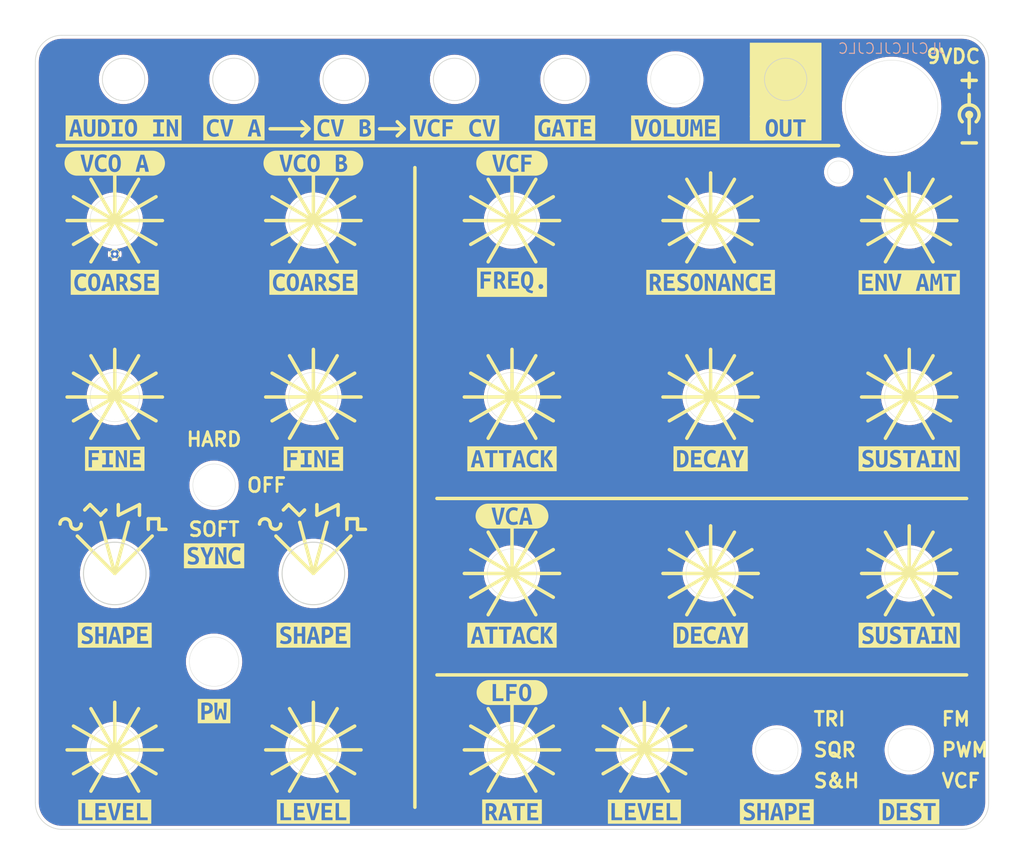
<source format=kicad_pcb>
(kicad_pcb (version 20211014) (generator pcbnew)
  (title_block (title "Micro-Pico Tiny Monosynth Faceplate") (date "2022-08-06") (rev "0") (comment 1 "creativecommons.org/licences/by/4.0") (comment 2 "Licence: CC by 4.0") (comment 3 "Author: Jordan Aceto"))
  (layers (0 "F.Cu" signal) (31 "B.Cu" signal) (34 "B.Paste" user) (35 "F.Paste" user) (36 "B.SilkS" user "B.Silkscreen") (37 "F.SilkS" user "F.Silkscreen") (38 "B.Mask" user) (39 "F.Mask" user) (44 "Edge.Cuts" user))
  (net 0 "")
  (net 1 "GND")
  (footprint "kibuzzard-62EED31D" (layer "F.Cu") (at 100.965 42.545)
    (fp_text reference "kibuzzard-62EED31D" hide)
    (fp_text value "G***" hide)
  )
  (footprint "TestPoint:TestPoint_THTPad_D1.0mm_Drill0.5mm" (layer "F.Cu") (at 83.82 60.706)
    (fp_text reference "TP1" hide)
    (fp_text value "dummy")
    (pad "1" thru_hole circle (at 0 0) (size 1 1) (drill 0.5) (layers *.Cu *.Mask) (net 1 "GND"))
  )
  (footprint "kibuzzard-62EED433" (layer "F.Cu") (at 98.1075 126.492)
    (fp_text reference "kibuzzard-62EED433" hide)
    (fp_text value "G***" hide)
  )
  (footprint "kibuzzard-62EED13B" (layer "F.Cu") (at 83.82 47.625)
    (fp_text reference "kibuzzard-62EED13B" hide)
    (fp_text value "G***" hide)
  )
  (footprint "kibuzzard-62EED34B" (layer "F.Cu") (at 164.465 42.545)
    (fp_text reference "kibuzzard-62EED34B" hide)
    (fp_text value "G***" hide)
  )
  (footprint "kibuzzard-62EED355" (layer "F.Cu") (at 180.34 42.545)
    (fp_text reference "kibuzzard-62EED355" hide)
    (fp_text value "G***" hide)
  )
  (footprint "kibuzzard-62EED292" (layer "F.Cu") (at 198.12 115.57)
    (fp_text reference "kibuzzard-62EED292" hide)
    (fp_text value "G***" hide)
  )
  (footprint "kibuzzard-62EED326" (layer "F.Cu") (at 116.84 42.545)
    (fp_text reference "kibuzzard-62EED326" hide)
    (fp_text value "G***" hide)
  )
  (footprint "kibuzzard-62EED27B" (layer "F.Cu") (at 140.97 115.57)
    (fp_text reference "kibuzzard-62EED27B" hide)
    (fp_text value "G***" hide)
  )
  (footprint "kibuzzard-62EED2BA" (layer "F.Cu") (at 140.97 140.97)
    (fp_text reference "kibuzzard-62EED2BA" hide)
    (fp_text value "G***" hide)
  )
  (footprint "kibuzzard-62EED288" (layer "F.Cu") (at 169.545 115.57)
    (fp_text reference "kibuzzard-62EED288" hide)
    (fp_text value "G***" hide)
  )
  (footprint "kibuzzard-62EED214" (layer "F.Cu") (at 198.12 64.77)
    (fp_text reference "kibuzzard-62EED214" hide)
    (fp_text value "G***" hide)
  )
  (footprint "kibuzzard-62EED21F" (layer "F.Cu") (at 83.82 90.17)
    (fp_text reference "kibuzzard-62EED21F" hide)
    (fp_text value "G***" hide)
  )
  (footprint "kibuzzard-62EED205" (layer "F.Cu") (at 169.545 64.77)
    (fp_text reference "kibuzzard-62EED205" hide)
    (fp_text value "G***" hide)
  )
  (footprint "kibuzzard-62EED232" (layer "F.Cu") (at 179.07 140.97)
    (fp_text reference "kibuzzard-62EED232" hide)
    (fp_text value "G***" hide)
  )
  (footprint "kibuzzard-62EED288" (layer "F.Cu") (at 169.545 90.17)
    (fp_text reference "kibuzzard-62EED288" hide)
    (fp_text value "G***" hide)
  )
  (footprint "kibuzzard-62EED178" (layer "F.Cu") (at 112.395 47.625)
    (fp_text reference "kibuzzard-62EED178" hide)
    (fp_text value "G***" hide)
  )
  (footprint "kibuzzard-62EED30B" (layer "F.Cu") (at 85.09 42.545)
    (fp_text reference "kibuzzard-62EED30B" hide)
    (fp_text value "G***" hide)
  )
  (footprint "kibuzzard-62EED341" (layer "F.Cu") (at 148.59 42.545)
    (fp_text reference "kibuzzard-62EED341" hide)
    (fp_text value "G***" hide)
  )
  (footprint "kibuzzard-62EED292" (layer "F.Cu") (at 198.12 90.17)
    (fp_text reference "kibuzzard-62EED292" hide)
    (fp_text value "G***" hide)
  )
  (footprint "kibuzzard-62EED195" (layer "F.Cu") (at 140.97 98.425)
    (fp_text reference "kibuzzard-62EED195" hide)
    (fp_text value "G***" hide)
  )
  (footprint "kibuzzard-62EED1F8" (layer "F.Cu") (at 140.97 64.77)
    (fp_text reference "kibuzzard-62EED1F8" hide)
    (fp_text value "G***" hide)
  )
  (footprint "kibuzzard-62EED1AB" (layer "F.Cu") (at 140.97 123.825)
    (fp_text reference "kibuzzard-62EED1AB" hide)
    (fp_text value "G***" hide)
  )
  (footprint "kibuzzard-62EED232" (layer "F.Cu") (at 83.82 115.57)
    (fp_text reference "kibuzzard-62EED232" hide)
    (fp_text value "G***" hide)
  )
  (footprint "kibuzzard-62EED187" (layer "F.Cu") (at 140.97 47.625)
    (fp_text reference "kibuzzard-62EED187" hide)
    (fp_text value "G***" hide)
  )
  (footprint "kibuzzard-62EED250" (layer "F.Cu") (at 112.395 140.97)
    (fp_text reference "kibuzzard-62EED250" hide)
    (fp_text value "G***" hide)
  )
  (footprint "kibuzzard-62EED338" (layer "F.Cu") (at 132.715 42.545)
    (fp_text reference "kibuzzard-62EED338" hide)
    (fp_text value "G***" hide)
  )
  (footprint "kibuzzard-62EED27B" (layer "F.Cu") (at 140.97 90.17)
    (fp_text reference "kibuzzard-62EED27B" hide)
    (fp_text value "G***" hide)
  )
  (footprint "kibuzzard-62EED1E1" (layer "F.Cu") (at 83.82 64.77)
    (fp_text reference "kibuzzard-62EED1E1" hide)
    (fp_text value "G***" hide)
  )
  (footprint "kibuzzard-62EED2B0" (layer "F.Cu") (at 198.12 140.97)
    (fp_text reference "kibuzzard-62EED2B0" hide)
    (fp_text value "G***" hide)
  )
  (footprint "kibuzzard-62EED250" (layer "F.Cu") (at 160.02 140.97)
    (fp_text reference "kibuzzard-62EED250" hide)
    (fp_text value "G***" hide)
  )
  (footprint "kibuzzard-62EED2D1" (layer "F.Cu") (at 98.1075 104.14)
    (fp_text reference "kibuzzard-62EED2D1" hide)
    (fp_text value "G***" hide)
  )
  (footprint "kibuzzard-62EED250" (layer "F.Cu") (at 83.82 140.97)
    (fp_text reference "kibuzzard-62EED250" hide)
    (fp_text value "G***" hide)
  )
  (footprint "kibuzzard-62EED232" (layer "F.Cu") (at 112.395 115.57)
    (fp_text reference "kibuzzard-62EED232" hide)
    (fp_text value "G***" hide)
  )
  (footprint "kibuzzard-62EED21F" (layer "F.Cu") (at 112.395 90.17)
    (fp_text reference "kibuzzard-62EED21F" hide)
    (fp_text value "G***" hide)
  )
  (footprint "kibuzzard-62EED1E1" (layer "F.Cu") (at 112.395 64.77)
    (fp_text reference "kibuzzard-62EED1E1" hide)
    (fp_text value "G***" hide)
  )
  (gr_line (start 169.545 106.68) (end 176.403 106.68) (layer "F.SilkS") (width 0.5))
  (gr_line (start 112.903 96.774) (end 112.903 98.298) (layer "F.SilkS") (width 0.5))
  (gr_line (start 111.76 42.672) (end 110.744 43.688) (layer "F.SilkS") (width 0.5))
  (gr_line (start 198.12 106.68) (end 194.691 112.619202) (layer "F.SilkS") (width 0.5))
  (gr_line (start 198.12 55.88) (end 201.549 49.940798) (layer "F.SilkS") (width 0.5))
  (gr_line (start 198.12 81.28) (end 204.059202 84.709) (layer "F.SilkS") (width 0.5))
  (gr_line (start 169.545 106.68) (end 166.116 112.619202) (layer "F.SilkS") (width 0.5))
  (gr_line (start 140.97 106.68) (end 135.030798 103.251) (layer "F.SilkS") (width 0.5))
  (gr_line (start 112.395 55.88) (end 106.455798 52.451) (layer "F.SilkS") (width 0.5))
  (gr_line (start 198.12 106.68) (end 192.180798 110.109) (layer "F.SilkS") (width 0.5))
  (gr_line (start 140.97 81.28) (end 134.112 81.28) (layer "F.SilkS") (width 0.5))
  (gr_line (start 198.12 106.68) (end 191.262 106.68) (layer "F.SilkS") (width 0.5))
  (gr_line (start 112.395 132.08) (end 118.334202 128.651) (layer "F.SilkS") (width 0.5))
  (gr_line (start 83.82 81.28) (end 90.678 81.28) (layer "F.SilkS") (width 0.5))
  (gr_line (start 140.97 132.08) (end 146.909202 135.509) (layer "F.SilkS") (width 0.5))
  (gr_line (start 83.82 55.88) (end 80.391 61.819202) (layer "F.SilkS") (width 0.5))
  (gr_line (start 119.888 100.33) (end 118.745 100.33) (layer "F.SilkS") (width 0.5))
  (gr_line (start 206.744023 40.651977) (end 206.744023 43.318977) (layer "F.SilkS") (width 0.5))
  (gr_line (start 140.97 81.28) (end 135.030798 84.709) (layer "F.SilkS") (width 0.5))
  (gr_line (start 198.12 55.88) (end 204.059202 52.451) (layer "F.SilkS") (width 0.5))
  (gr_line (start 112.395 132.08) (end 105.537 132.08) (layer "F.SilkS") (width 0.5))
  (gr_line (start 198.12 55.88) (end 194.691 61.819202) (layer "F.SilkS") (width 0.5))
  (gr_line (start 198.12 55.88) (end 192.180798 59.309) (layer "F.SilkS") (width 0.5))
  (gr_line (start 140.97 81.28) (end 146.909202 77.851) (layer "F.SilkS") (width 0.5))
  (gr_line (start 169.545 81.28) (end 166.116 75.340798) (layer "F.SilkS") (width 0.5))
  (gr_line (start 112.395 81.28) (end 106.455798 77.851) (layer "F.SilkS") (width 0.5))
  (gr_line (start 169.545 81.28) (end 172.974 75.340798) (layer "F.SilkS") (width 0.5))
  (gr_line (start 112.395 55.88) (end 106.455798 59.309) (layer "F.SilkS") (width 0.5))
  (gr_line (start 140.97 132.08) (end 135.030798 135.509) (layer "F.SilkS") (width 0.5))
  (gr_line (start 169.545 106.68) (end 169.545 99.822) (layer "F.SilkS") (width 0.5))
  (gr_line (start 169.545 55.88) (end 169.545 49.022) (layer "F.SilkS") (width 0.5))
  (gr_line (start 125.476 42.672) (end 124.46 41.656) (layer "F.SilkS") (width 0.5))
  (gr_line (start 80.264 96.774) (end 81.788 98.298) (layer "F.SilkS") (width 0.5))
  (gr_line (start 115.951 96.774) (end 112.903 98.298) (layer "F.SilkS") (width 0.5))
  (gr_line (start 169.545 81.28) (end 169.545 74.422) (layer "F.SilkS") (width 0.5))
  (gr_line (start 83.82 132.08) (end 77.880798 135.509) (layer "F.SilkS") (width 0.5))
  (gr_line (start 83.82 55.88) (end 87.249 61.819202) (layer "F.SilkS") (width 0.5))
  (gr_line (start 169.545 81.28) (end 162.687 81.28) (layer "F.SilkS") (width 0.5))
  (gr_line (start 207.252023 35.698977) (end 207.760023 35.698977) (layer "F.SilkS") (width 0.5))
  (gr_line (start 169.545 106.68) (end 172.974 100.740798) (layer "F.SilkS") (width 0.5))
  (gr_line (start 205.728023 35.698977) (end 207.252023 35.698977) (layer "F.SilkS") (width 0.5))
  (gr_line (start 112.395 132.08) (end 106.455798 128.651) (layer "F.SilkS") (width 0.5))
  (gr_line (start 110.363 98.298) (end 111.125 97.536) (layer "F.SilkS") (width 0.5))
  (gr_line (start 169.545 55.88) (end 166.116 49.940798) (layer "F.SilkS") (width 0.5))
  (gr_line (start 140.97 81.28) (end 147.828 81.28) (layer "F.SilkS") (width 0.5))
  (gr_line (start 140.97 106.68) (end 147.828 106.68) (layer "F.SilkS") (width 0.5))
  (gr_line (start 160.02 132.08) (end 163.449 126.140798) (layer "F.SilkS") (width 0.5))
  (gr_line (start 75.565 45.085) (end 187.96 45.085) (layer "F.SilkS") (width 0.5))
  (gr_line (start 169.545 81.28) (end 163.605798 77.851) (layer "F.SilkS") (width 0.5))
  (gr_arc (start 107.696 99.568) (mid 106.934 100.33) (end 106.172 99.568) (layer "F.SilkS") (width 0.5))
  (gr_line (start 140.97 55.88) (end 135.030798 59.309) (layer "F.SilkS") (width 0.5))
  (gr_line (start 83.82 132.08) (end 89.759202 128.651) (layer "F.SilkS") (width 0.5))
  (gr_line (start 79.502 97.536) (end 80.264 96.774) (layer "F.SilkS") (width 0.5))
  (gr_line (start 198.12 81.28) (end 192.180798 77.851) (layer "F.SilkS") (width 0.5))
  (gr_line (start 198.12 106.68) (end 194.691 100.740798) (layer "F.SilkS") (width 0.5))
  (gr_line (start 127 140.335) (end 127 48.26) (layer "F.SilkS") (width 0.5))
  (gr_line (start 83.82 132.08) (end 87.249 138.019202) (layer "F.SilkS") (width 0.5))
  (gr_line (start 115.951 98.298) (end 115.951 96.774) (layer "F.SilkS") (width 0.5))
  (gr_line (start 83.82 132.08) (end 80.391 126.140798) (layer "F.SilkS") (width 0.5))
  (gr_line (start 160.02 132.08) (end 165.959202 128.651) (layer "F.SilkS") (width 0.5))
  (gr_line (start 198.12 81.28) (end 201.549 75.340798) (layer "F.SilkS") (width 0.5))
  (gr_arc (start 75.946 99.568) (mid 76.708 98.806) (end 77.47 99.568) (layer "F.SilkS") (width 0.5))
  (gr_line (start 160.02 132.08) (end 160.02 125.222) (layer "F.SilkS") (width 0.5))
  (gr_line (start 169.545 55.88) (end 163.605798 59.309) (layer "F.SilkS") (width 0.5))
  (gr_line (start 112.395 132.08) (end 119.253 132.08) (layer "F.SilkS") (width 0.5))
  (gr_line (start 160.02 132.08) (end 156.591 126.140798) (layer "F.SilkS") (width 0.5))
  (gr_line (start 112.395 55.88) (end 119.253 55.88) (layer "F.SilkS") (width 0.5))
  (gr_circle (center 206.744023 40.651977) (end 206.744023 41.159977) (layer "F.SilkS") (width 0.15) (fill solid))
  (gr_line (start 130.175 95.885) (end 206.375 95.885) (layer "F.SilkS") (width 0.5))
  (gr_line (start 112.395 81.28) (end 118.334202 77.851) (layer "F.SilkS") (width 0.5))
  (gr_line (start 160.02 132.08) (end 165.959202 135.509) (layer "F.SilkS") (width 0.5))
  (gr_line (start 83.82 55.88) (end 77.880798 59.309) (layer "F.SilkS") (width 0.5))
  (gr_line (start 140.97 106.68) (end 134.112 106.68) (layer "F.SilkS") (width 0.5))
  (gr_line (start 140.97 132.08) (end 147.828 132.08) (layer "F.SilkS") (width 0.5))
  (gr_line (start 108.077 97.536) (end 108.839 96.774) (layer "F.SilkS") (width 0.5))
  (gr_line (start 112.395 132.08) (end 115.824 138.019202) (layer "F.SilkS") (width 0.5))
  (gr_line (start 112.395 81.28) (end 108.966 75.340798) (layer "F.SilkS") (width 0.5))
  (gr_line (start 112.395 81.28) (end 108.966 87.219202) (layer "F.SilkS") (width 0.5))
  (gr_line (start 169.545 55.88) (end 163.605798 52.451) (layer "F.SilkS") (width 0.5))
  (gr_line (start 117.221 98.806) (end 117.221 100.33) (layer "F.SilkS") (width 0.5))
  (gr_line (start 140.97 132.08) (end 135.030798 128.651) (layer "F.SilkS") (width 0.5))
  (gr_rect (start 183.388 40.894) (end 185.42 44.2722) (layer "F.SilkS") (width 0.15) (fill solid))
  (gr_line (start 198.12 55.88) (end 201.549 61.819202) (layer "F.SilkS") (width 0.5))
  (gr_line (start 106.172 42.672) (end 111.76 42.672) (layer "F.SilkS") (width 0.5))
  (gr_line (start 140.97 81.28) (end 146.909202 84.709) (layer "F.SilkS") (width 0.5))
  (gr_line (start 112.395 106.68) (end 110.422799 99.319645) (layer "F.SilkS") (width 0.5))
  (gr_line (start 140.97 132.08) (end 144.399 138.019202) (layer "F.SilkS") (width 0.5))
  (gr_line (start 206.744023 39.232074) (end 206.744023 37.730977) (layer "F.SilkS") (width 0.5))
  (gr_line (start 83.82 81.28) (end 80.391 75.340798) (layer "F.SilkS") (width 0.5))
  (gr_line (start 198.12 81.28) (end 201.549 87.219202) (layer "F.SilkS") (width 0.5))
  (gr_line (start 198.12 55.88) (end 192.180798 52.451) (layer "F.SilkS") (width 0.5))
  (gr_arc (start 104.648 99.568) (mid 105.41 98.806) (end 106.172 99.568) (layer "F.SilkS") (width 0.5))
  (gr_line (start 169.545 55.88) (end 162.687 55.88) (layer "F.SilkS") (width 0.5))
  (gr_line (start 198.12 81.28) (end 194.691 75.340798) (layer "F.SilkS") (width 0.5))
  (gr_line (start 87.376 96.774) (end 84.328 98.298) (layer "F.SilkS") (width 0.5))
  (gr_line (start 169.545 55.88) (end 175.484202 52.451) (layer "F.SilkS") (width 0.5))
  (gr_line (start 140.97 55.88) (end 144.399 49.940798) (layer "F.SilkS") (width 0.5))
  (gr_line (start 118.745 100.33) (end 118.745 98.806) (layer "F.SilkS") (width 0.5))
  (gr_line (start 83.82 132.08) (end 83.82 125.222) (layer "F.SilkS") (width 0.5))
  (gr_line (start 108.839 96.774) (end 110.363 98.298) (layer "F.SilkS") (width 0.5))
  (gr_line (start 160.02 132.08) (end 153.162 132.08) (layer "F.SilkS") (width 0.5))
  (gr_line (start 83.82 81.28) (end 89.759202 77.851) (layer "F.SilkS") (width 0.5))
  (gr_line (start 140.97 106.68) (end 146.909202 110.109) (layer "F.SilkS") (width 0.5))
  (gr_line (start 112.395 55.88) (end 108.966 49.940798) (layer "F.SilkS") (width 0.5))
  (gr_line (start 169.545 55.88) (end 166.116 61.819202) (layer "F.SilkS") (width 0.5))
  (gr_line (start 140.97 132.08) (end 144.399 126.140798) (layer "F.SilkS") (width 0.5))
  (gr_line (start 112.395 55.88) (end 105.537 55.88) (layer "F.SilkS") (width 0.5))
  (gr_line (start 140.97 132.08) (end 140.97 125.222) (layer "F.SilkS") (width 0.5))
  (gr_arc (start 78.994 99.568) (mid 78.232 100.33) (end 77.47 99.568) (layer "F.SilkS") (width 0.5))
  (gr_line (start 140.97 132.08) (end 137.541 126.140798) (layer "F.SilkS") (width 0.5))
  (gr_line (start 198.12 81.28) (end 192.180798 84.709) (layer "F.SilkS") (width 0.5))
  (gr_line (start 112.395 55.88) (end 118.334202 59.309) (layer "F.SilkS") (width 0.5))
  (gr_line (start 83.82 81.28) (end 77.880798 84.709) (layer "F.SilkS") (width 0.5))
  (gr_line (start 140.97 55.88) (end 147.828 55.88) (layer "F.SilkS") (width 0.5))
  (gr_line (start 83.82 106.68) (end 78.431846 101.291846) (layer "F.SilkS") (width 0.5))
  (gr_line (start 140.97 55.88) (end 144.399 61.819202) (layer "F.SilkS") (width 0.5))
  (gr_line (start 111.76 42.672) (end 110.744 41.656) (layer "F.SilkS") (width 0.5))
  (gr_line (start 169.545 106.68) (end 163.605798 103.251) (layer "F.SilkS") (width 0.5))
  (gr_line (start 160.02 132.08) (end 156.591 138.019202) (layer "F.SilkS") (width 0.5))
  (gr_line (start 112.395 81.28) (end 106.455798 84.709) (layer "F.SilkS") (width 0.5))
  (gr_line (start 169.545 55.88) (end 176.403 55.88) (layer "F.SilkS") (width 0.5))
  (gr_line (start 83.82 81.28) (end 89.759202 84.709) (layer "F.SilkS") (width 0.5))
  (gr_line (start 87.376 98.298) (end 87.376 96.774) (layer "F.SilkS") (width 0.5))
  (gr_line (start 112.395 81.28) (end 105.537 81.28) (layer "F.SilkS") (width 0.5))
  (gr_line (start 169.545 55.88) (end 172.974 61.819202) (layer "F.SilkS") (width 0.5))
  (gr_line (start 198.12 106.68) (end 204.978 106.68) (layer "F.SilkS") (width 0.5))
  (gr_line (start 205.74 44.704) (end 207.772 44.704) (layer "F.SilkS") (width 0.5))
  (gr_line (start 140.97 106.68) (end 137.541 112.619202) (layer "F.SilkS") (width 0.5))
  (gr_line (start 198.12 81.28) (end 204.059202 77.851) (layer "F.SilkS") (width 0.5))
  (gr_line (start 140.97 55.88) (end 146.909202 59.309) (layer "F.SilkS") (width 0.5))
  (gr_line (start 140.97 106.68) (end 144.399 112.619202) (layer "F.SilkS") (width 0.5))
  (gr_line (start 112.395 106.68) (end 107.006846 101.291846) (layer "F.SilkS") (width 0.5))
  (gr_line (start 140.97 55.88) (end 137.541 61.819202) (layer "F.SilkS") (width 0.5))
  (gr_line (start 140.97 55.88) (end 137.541 49.940798) (layer "F.SilkS") (width 0.5))
  (gr_line (start 83.82 132.08) (end 76.962 132.08) (layer "F.SilkS") (width 0.5))
  (gr_line (start 140.97 106.68) (end 146.909202 103.251) (layer "F.SilkS") (width 0.5))
  (gr_line (start 206.744023 34.682977) (end 206.744023 35.698977) (layer "F.SilkS") (width 0.5))
  (gr_line (start 83.82 106.68) (end 81.847799 99.319645) (layer "F.SilkS") (width 0.5))
  (gr_line (start 112.395 132.08) (end 118.334202 135.509) (layer "F.SilkS") (width 0.5))
  (gr_line (start 169.545 81.28) (end 166.116 87.219202) (layer "F.SilkS") (width 0.5))
  (gr_line (start 169.545 106.68) (end 162.687 106.68) (layer "F.SilkS") (width 0.5))
  (gr_line (start 198.12 81.28) (end 198.12 74.422) (layer "F.SilkS") (width 0.5))
  (gr_line (start 206.744023 35.698977) (end 206.744023 36.714977) (layer "F.SilkS") (width 0.5))
  (gr_line (start 83.82 132.08) (end 87.249 126.140798) (layer "F.SilkS") (width 0.5))
  (gr_line (start 198.12 106.68) (end 198.12 99.822) (layer "F.SilkS") (width 0.5))
  (gr_line (start 169.545 106.68) (end 163.605798 110.109) (layer "F.SilkS") (width 0.5))
  (gr_line (start 83.82 81.28) (end 87.249 75.340798) (layer "F.SilkS") (width 0.5))
  (gr_line (start 130.175 121.285) (end 206.375 121.285) (layer "F.SilkS") (width 0.5))
  (gr_line (start 140.97 132.08) (end 134.112 132.08) (layer "F.SilkS") (width 0.5))
  (gr_line (start 112.395 106.68) (end 117.783154 101.291846) (layer "F.SilkS") (width 0.5))
  (gr_line (start 169.545 81.28) (end 175.484202 77.851) (layer "F.SilkS") (width 0.5))
  (gr_line (start 83.82 55.88) (end 80.391 49.940798) (layer "F.SilkS") (width 0.5))
  (gr_line (start 83.82 55.88) (end 76.962 55.88) (layer "F.SilkS") (width 0.5))
  (gr_line (start 90.17 100.33) (end 90.17 98.806) (layer "F.SilkS") (width 0.5))
  (gr_line (start 112.395 81.28) (end 115.824 75.340798) (layer "F.SilkS") (width 0.5))
  (gr_line (start 83.82 132.08) (end 90.678 132.08) (layer "F.SilkS") (width 0.5))
  (gr_line (start 140.97 55.626) (end 140.97 49.276) (layer "F.SilkS") (width 0.5))
  (gr_line (start 169.545 81.28) (end 163.605798 84.709) (layer "F.SilkS") (width 0.5))
  (gr_line (start 88.646 98.806) (end 88.646 100.33) (layer "F.SilkS") (width 0.5))
  (gr_line (start 198.12 106.68) (end 201.549 112.619202) (layer "F.SilkS") (width 0.5))
  (gr_line (start 140.97 81.28) (end 137.541 75.340798) (layer "F.SilkS") (width 0.5))
  (gr_line (start 198.12 106.68) (end 204.059202 110.109) (layer "F.SilkS") (width 0.5))
  (gr_line (start 169.545 106.68) (end 175.484202 110.109) (layer "F.SilkS") (width 0.5))
  (gr_line (start 140.97 55.88) (end 135.030798 52.451) (layer "F.SilkS") (width 0.5))
  (gr_line (start 169.545 55.88) (end 172.974 49.940798) (layer "F.SilkS") (width 0.5))
  (gr_line (start 169.545 81.28) (end 175.484202 84.709) (layer "F.SilkS") (width 0.5))
  (gr_line (start 83.82 132.08) (end 80.391 138.019202) (layer "F.SilkS") (width 0.5))
  (gr_line (start 112.395 106.68) (end 114.367201 99.319645) (layer "F.SilkS") (width 0.5))
  (gr_line (start 112.395 81.28) (end 112.395 74.422) (layer "F.SilkS") (width 0.5))
  (gr_line (start 198.12 81.28) (end 194.691 87.219202) (layer "F.SilkS") (width 0.5))
  (gr_line (start 198.12 106.68) (end 192.180798 103.251) (layer "F.SilkS") (width 0.5))
  (gr_line (start 112.395 55.88) (end 118.334202 52.451) (layer "F.SilkS") (width 0.5))
  (gr_line (start 198.12 55.88) (end 198.12 49.022) (layer "F.SilkS") (width 0.5))
  (gr_line (start 83.82 106.68) (end 89.208154 101.291846) (layer "F.SilkS") (width 0.5))
  (gr_line (start 140.97 81.28) (end 137.541 87.219202) (layer "F.SilkS") (width 0.5))
  (gr_arc (start 205.74 41.656) (mid 206.744023 39.232074) (end 207.748046 41.656) (layer "F.SilkS") (width 0.5))
  (gr_line (start 83.82 81.28) (end 83.82 74.422) (layer "F.SilkS") (width 0.5))
  (gr_line (start 140.97 81.28) (end 140.97 74.422) (layer "F.SilkS") (width 0.5))
  (gr_line (start 112.395 81.28) (end 119.253 81.28) (layer "F.SilkS") (width 0.5))
  (gr_line (start 198.12 55.88) (end 191.262 55.88) (layer "F.SilkS") (width 0.5))
  (gr_line (start 140.97 132.08) (end 146.909202 128.651) (layer "F.SilkS") (width 0.5))
  (gr_line (start 112.395 55.88) (end 115.824 49.940798) (layer "F.SilkS") (width 0.5))
  (gr_line (start 81.788 98.298) (end 82.55 97.536) (layer "F.SilkS") (width 0.5))
  (gr_line (start 118.745 98.806) (end 117.221 98.806) (layer "F.SilkS") (width 0.5))
  (gr_line (start 169.545 106.68) (end 175.484202 103.251) (layer "F.SilkS") (width 0.5))
  (gr_line (start 91.186 100.33) (end 90.17 100.33) (layer "F.SilkS") (width 0.5))
  (gr_line (start 83.82 81.28) (end 87.249 87.219202) (layer "F.SilkS") (width 0.5))
  (gr_line (start 198.12 81.28) (end 191.262 81.28) (layer "F.SilkS") (width 0.5))
  (gr_line (start 140.97 81.28) (end 144.399 75.340798) (layer "F.SilkS") (width 0.5))
  (gr_line (start 198.12 55.88) (end 204.978 55.88) (layer "F.SilkS") (width 0.5))
  (gr_line (start 112.395 55.88) (end 115.824 61.819202) (layer "F.SilkS") (width 0.5))
  (gr_line (start 169.545 55.88) (end 175.484202 59.309) (layer "F.SilkS") (width 0.5))
  (gr_line (start 83.82 81.28) (end 77.880798 77.851) (layer "F.SilkS") (width 0.5))
  (gr_line (start 83.82 55.88) (end 90.678 55.88) (layer "F.SilkS") (width 0.5))
  (gr_line (start 90.17 98.806) (end 88.646 98.806) (layer "F.SilkS") (width 0.5))
  (gr_rect (start 175.26 30.353) (end 185.42 40.894) (layer "F.SilkS") (width 0.15) (fill solid))
  (gr_line (start 112.395 132.08) (end 115.824 126.140798) (layer "F.SilkS") (width 0.5))
  (gr_line (start 83.82 132.08) (end 77.880798 128.651) (layer "F.SilkS") (width 0.5))
  (gr_line (start 83.82 106.68) (end 85.792201 99.319645) (layer "F.SilkS") (width 0.5))
  (gr_line (start 140.97 106.68) (end 135.030798 110.109) (layer "F.SilkS") (width 0.5))
  (gr_line (start 198.12 55.88) (end 204.059202 59.309) (layer "F.SilkS") (width 0.5))
  (gr_line (start 84.328 96.774) (end 84.328 98.298) (layer "F.SilkS") (width 0.5))
  (gr_line (start 112.395 132.08) (end 108.966 126.140798) (layer "F.SilkS") (width 0.5))
  (gr_line (start 83.82 55.88) (end 89.759202 59.309) (layer "F.SilkS") (width 0.5))
  (gr_rect (start 175.26 40.894) (end 177.292 44.2722) (layer "F.SilkS") (width 0.15) (fill solid))
  (gr_line (start 83.82 55.88) (end 87.249 49.940798) (layer "F.SilkS") (width 0.5))
  (gr_line (start 160.02 132.08) (end 166.878 132.08) (layer "F.SilkS") (width 0.5))
  (gr_line (start 169.545 81.28) (end 172.974 87.219202) (layer "F.SilkS") (width 0.5))
  (gr_line (start 169.545 106.68) (end 172.974 112.619202) (layer "F.SilkS") (width 0.5))
  (gr_line (start 160.02 132.08) (end 163.449 138.019202) (layer "F.SilkS") (width 0.5))
  (gr_line (start 169.545 106.68) (end 166.116 100.740798) (layer "F.SilkS") (width 0.5))
  (gr_line (start 112.395 132.08) (end 108.966 138.019202) (layer "F.SilkS") (width 0.5))
  (gr_line (start 83.82 55.626) (end 83.82 49.276) (layer "F.SilkS") (width 0.5))
  (gr_line (start 112.395 55.88) (end 108.966 61.819202) (layer "F.SilkS") (width 0.5))
  (gr_line (start 140.97 106.68) (end 140.97 100.076) (layer "F.SilkS") (width 0.5))
  (gr_line (start 169.545 81.28) (end 176.403 81.28) (layer "F.SilkS") (width 0.5))
  (gr_line (start 83.82 132.08) (end 89.759202 135.509) (layer "F.SilkS") (width 0.5))
  (gr_line (start 112.395 81.28) (end 115.824 87.219202) (layer "F.SilkS") (width 0.5))
  (gr_line (start 140.97 106.68) (end 137.541 100.740798) (layer "F.SilkS") (width 0.5))
  (gr_line (start 140.97 81.28) (end 144.399 87.219202) (layer "F.SilkS") (width 0.5))
  (gr_line (start 112.395 81.28) (end 118.334202 84.709) (layer "F.SilkS") (width 0.5))
  (gr_line (start 160.02 132.08) (end 154.080798 135.509) (layer "F.SilkS") (width 0.5))
  (gr_line (start 140.97 55.88) (end 134.112 55.88) (layer "F.SilkS") (width 0.5))
  (gr_line (start 112.395 132.08) (end 112.395 125.222) (layer "F.SilkS") (width 0.5))
  (gr_line (start 140.97 132.08) (end 137.541 138.019202) (layer "F.SilkS") (width 0.5))
  (gr_line (start 83.82 81.28) (end 80.391 87.219202) (layer "F.SilkS") (width 0.5))
  (gr_line (start 112.395 55.88) (end 112.395 49.276) (layer "F.SilkS") (width 0.5))
  (gr_line (start 198.12 55.88) (end 194.691 49.940798) (layer "F.SilkS") (width 0.5))
  (gr_line (start 121.92 42.672) (end 125.476 42.672) (layer "F.SilkS") (width 0.5))
  (gr_line (start 140.97 81.28) (end 135.030798 77.851) (layer "F.SilkS") (width 0.5))
  (gr_line (start 125.476 42.672) (end 124.46 43.688) (layer "F.SilkS") (width 0.5))
  (gr_line (start 83.82 81.28) (end 76.962 81.28) (layer "F.SilkS") (width 0.5))
  (gr_line (start 198.12 106.68) (end 204.059202 103.251) (layer "F.SilkS") (width 0.5))
  (gr_line (start 83.82 55.88) (end 77.880798 52.451) (layer "F.SilkS") (width 0.5))
  (gr_line (start 83.82 55.88) (end 89.759202 52.451) (layer "F.SilkS") (width 0.5))
  (gr_line (start 112.395 132.08) (end 106.455798 135.509) (layer "F.SilkS") (width 0.5))
  (gr_line (start 140.97 55.88) (end 146.909202 52.451) (layer "F.SilkS") (width 0.5))
  (gr_line (start 198.12 81.28) (end 204.978 81.28) (layer "F.SilkS") (width 0.5))
  (gr_line (start 160.02 132.08) (end 154.080798 128.651) (layer "F.SilkS") (width 0.5))
  (gr_line (start 198.12 106.68) (end 201.549 100.740798) (layer "F.SilkS") (width 0.5))
  (gr_line (start 140.97 106.68) (end 144.399 100.740798) (layer "F.SilkS") (width 0.5))
  (gr_circle locked (center 83.82 81.28) (end 87.37 81.28) (layer "Edge.Cuts") (width 0.05) (fill none))
  (gr_circle locked (center 112.395 132.08) (end 115.945 132.08) (layer "Edge.Cuts") (width 0.05) (fill none))
  (gr_circle locked (center 198.12 55.88) (end 201.67 55.88) (layer "Edge.Cuts") (width 0.05) (fill none))
  (gr_circle locked (center 195.58 39.4462) (end 202.23 39.4462) (layer "Edge.Cuts") (width 0.05) (fill none))
  (gr_circle locked (center 164.465 35.56) (end 168.015 35.56) (layer "Edge.Cuts") (width 0.05) (fill none))
  (gr_circle locked (center 140.97 106.68) (end 144.52 106.68) (layer "Edge.Cuts") (width 0.05) (fill none))
  (gr_circle locked (center 132.715 35.56) (end 135.765 35.56) (layer "Edge.Cuts") (width 0.1) (fill none))
  (gr_circle locked (center 98.1075 93.98) (end 101.1575 93.98) (layer "Edge.Cuts") (width 0.05) (fill none))
  (gr_circle locked (center 169.545 55.88) (end 173.095 55.88) (layer "Edge.Cuts") (width 0.05) (fill none))
  (gr_arc locked (start 76.2 143.51) (mid 73.505923 142.394077) (end 72.39 139.7) (layer "Edge.Cuts") (width 0.1))
  (gr_circle locked (center 148.59 35.56) (end 151.64 35.56) (layer "Edge.Cuts") (width 0.1) (fill none))
  (gr_circle locked (center 198.12 81.28) (end 201.67 81.28) (layer "Edge.Cuts") (width 0.05) (fill none))
  (gr_arc locked (start 205.74 29.21) (mid 208.434077 30.325923) (end 209.55 33.02) (layer "Edge.Cuts") (width 0.1))
  (gr_circle locked (center 116.84 35.56) (end 119.89 35.56) (layer "Edge.Cuts") (width 0.1) (fill none))
  (gr_circle locked (center 100.965 35.56) (end 104.015 35.56) (layer "Edge.Cuts") (width 0.1) (fill none))
  (gr_circle locked (center 140.97 55.88) (end 144.52 55.88) (layer "Edge.Cuts") (width 0.05) (fill none))
  (gr_arc locked (start 72.39 33.02) (mid 73.505923 30.325923) (end 76.2 29.21) (layer "Edge.Cuts") (width 0.1))
  (gr_circle locked (center 112.395 55.88) (end 115.945 55.88) (layer "Edge.Cuts") (width 0.05) (fill none))
  (gr_circle locked (center 169.545 81.28) (end 173.095 81.28) (layer "Edge.Cuts") (width 0.05) (fill none))
  (gr_circle locked (center 160.02 132.08) (end 163.57 132.08) (layer "Edge.Cuts") (width 0.05) (fill none))
  (gr_circle locked (center 198.12 106.68) (end 201.67 106.68) (layer "Edge.Cuts") (width 0.05) (fill none))
  (gr_line locked (start 102.870001 143.510001) (end 179.070001 143.510001) (layer "Edge.Cuts") (width 0.1))
  (gr_circle locked (center 169.545 106.68) (end 173.095 106.68) (layer "Edge.Cuts") (width 0.05) (fill none))
  (gr_circle locked (center 198.12 132.08) (end 201.17 132.08) (layer "Edge.Cuts") (width 0.05) (fill none))
  (gr_line locked (start 76.2 143.51) (end 102.870001 143.510001) (layer "Edge.Cuts") (width 0.1))
  (gr_circle locked (center 180.34 35.56) (end 183.39 35.56) (layer "Edge.Cuts") (width 0.1) (fill none))
  (gr_circle locked (center 179.07 132.08) (end 182.12 132.08) (layer "Edge.Cuts") (width 0.05) (fill none))
  (gr_circle locked (center 112.395 106.68) (end 116.895 106.68) (layer "Edge.Cuts") (width 0.15) (fill none))
  (gr_line locked (start 72.39 139.7) (end 72.39 33.02) (layer "Edge.Cuts") (width 0.1))
  (gr_line locked (start 209.55 33.02) (end 209.55 139.7) (layer "Edge.Cuts") (width 0.1))
  (gr_circle locked (center 83.82 106.68) (end 88.32 106.68) (layer "Edge.Cuts") (width 0.15) (fill none))
  (gr_circle locked (center 112.395 81.28) (end 115.945 81.28) (layer "Edge.Cuts") (width 0.05) (fill none))
  (gr_circle locked (center 83.82 132.08) (end 87.37 132.08) (layer "Edge.Cuts") (width 0.05) (fill none))
  (gr_circle locked (center 85.09 35.56) (end 88.14 35.56) (layer "Edge.Cuts") (width 0.1) (fill none))
  (gr_circle locked (center 83.82 55.88) (end 87.37 55.88) (layer "Edge.Cuts") (width 0.05) (fill none))
  (gr_circle locked (center 140.97 81.28) (end 144.52 81.28) (layer "Edge.Cuts") (width 0.05) (fill none))
  (gr_line locked (start 205.74 143.51) (end 179.070001 143.510001) (layer "Edge.Cuts") (width 0.1))
  (gr_circle locked (center 140.97 132.08) (end 144.52 132.08) (layer "Edge.Cuts") (width 0.05) (fill none))
  (gr_line locked (start 76.2 29.21) (end 205.74 29.21) (layer "Edge.Cuts") (width 0.1))
  (gr_arc locked (start 209.55 139.7) (mid 208.434077 142.394077) (end 205.74 143.51) (layer "Edge.Cuts") (width 0.1))
  (gr_circle (center 187.96 48.895) (end 189.56 48.895) (layer "Edge.Cuts") (width 0.05) (fill none))
  (gr_circle locked (center 98.1075 119.38) (end 101.6575 119.38) (layer "Edge.Cuts") (width 0.05) (fill none))
  (gr_text "JLCJLCJLCJLC" (at 195.58 31.115) (layer "B.SilkS") (effects (font (size 1.5 1.5)) (justify mirror)))
  (gr_text "VCF" (at 202.565 136.525) (layer "F.SilkS") (effects (font (size 2 2) (thickness 0.4)) (justify left)))
  (gr_text "TRI" (at 184.15 127.635) (layer "F.SilkS") (effects (font (size 2 2) (thickness 0.4)) (justify left)))
  (gr_text "SQR" (at 184.15 132.08) (layer "F.SilkS") (effects (font (size 2 2) (thickness 0.4)) (justify left)))
  (gr_text "S&H" (at 184.15 136.525) (layer "F.SilkS") (effects (font (size 2 2) (thickness 0.4)) (justify left)))
  (gr_text "SOFT" (at 98.1075 100.33) (layer "F.SilkS") (effects (font (size 2 2) (thickness 0.4))))
  (gr_text "FM" (at 202.565 127.635) (layer "F.SilkS") (effects (font (size 2 2) (thickness 0.4)) (justify left)))
  (gr_text "PWM" (at 202.565 132.08) (layer "F.SilkS") (effects (font (size 2 2) (thickness 0.4)) (justify left)))
  (gr_text "HARD" (at 98.1075 87.376) (layer "F.SilkS") (effects (font (size 2 2) (thickness 0.4))))
  (gr_text "OFF" (at 102.616 93.98) (layer "F.SilkS") (effects (font (size 2 2) (thickness 0.4)) (justify left)))
  (gr_text "9VDC" (at 204.47 32.258) (layer "F.SilkS") (effects (font (size 2 2) (thickness 0.4))))
  (zone (net 1) (net_name "GND") (layers F&B.Cu) (connect_pads (clearance 0.508)) (min_thickness 0.254) (fill yes (thermal_gap 0.508) (thermal_bridge_width 0.508))
    (polygon (pts (xy 214.63 147.32) (xy 67.31 147.32) (xy 67.31 24.13) (xy 214.63 24.13)))
  )
)
</source>
